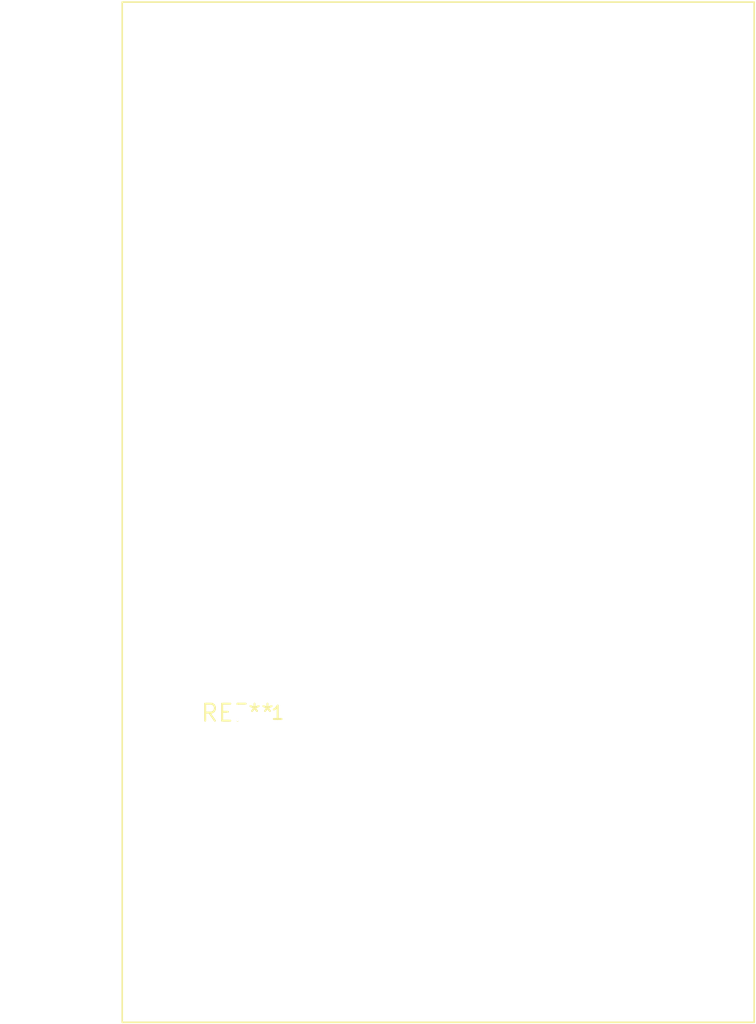
<source format=kicad_pcb>
(kicad_pcb (version 20240108) (generator pcbnew)
  (layers (0 "F.Cu" signal) (31 "B.Cu" signal) (34 "B.Paste" user) (35 "F.Paste" user) (36 "B.SilkS" user "B.Silkscreen") (37 "F.SilkS" user "F.Silkscreen") (38 "B.Mask" user) (39 "F.Mask" user) (44 "Edge.Cuts" user))
  (net 0 "")
  (footprint "Transformer_CHK_EI54-16VA_Neutral" (layer "F.Cu") (at 0 0)
    (property "Reference" "REF**")
    (property "Value" "Transformer_CHK_EI54-16VA_Neutral")
    (fp_line (start -8.62 -53.12) (end -8.62 23.12) (layer "F.SilkS") (stroke (width 0.12)))
    (fp_line (start -8.62 -53.12) (end 38.62 -53.12) (layer "F.SilkS") (stroke (width 0.12)))
    (fp_line (start 38.62 23.12) (end -8.62 23.12) (layer "F.SilkS") (stroke (width 0.12)))
    (fp_line (start 38.62 23.12) (end 38.62 -53.12) (layer "F.SilkS") (stroke (width 0.12)))
    (fp_text user "1" (at 3 0 0) (layer "F.SilkS"))
    (pad "" np_thru_hole circle (at -3.5 -47.5) (size 4.5 4.5) (drill 4.5) (layers *.Cu *.Mask))
    (pad "" np_thru_hole circle (at -3.5 17.5) (size 4.5 4.5) (drill 4.5) (layers *.Cu *.Mask))
    (pad "" np_thru_hole circle (at 33.5 -47.5) (size 4.5 4.5) (drill 4.5) (layers *.Cu *.Mask))
    (pad "" np_thru_hole circle (at 33.5 17.5) (size 4.5 4.5) (drill 4.5) (layers *.Cu *.Mask))
    (pad "1" thru_hole circle (at 0 0) (size 3 3) (drill 1.2) (layers *.Cu *.Mask) (remove_unused_layers))
    (pad "2" thru_hole circle (at 0 -5) (size 3 3) (drill 1.2) (layers *.Cu *.Mask) (remove_unused_layers))
    (pad "3" thru_hole circle (at 0 -10) (size 3 3) (drill 1.2) (layers *.Cu *.Mask) (remove_unused_layers))
    (pad "4" thru_hole circle (at 0 -15) (size 3 3) (drill 1.2) (layers *.Cu *.Mask) (remove_unused_layers))
    (pad "5" thru_hole circle (at 0 -20) (size 3 3) (drill 1.2) (layers *.Cu *.Mask) (remove_unused_layers))
    (pad "6" thru_hole circle (at 0 -25) (size 3 3) (drill 1.2) (layers *.Cu *.Mask) (remove_unused_layers))
    (pad "7" thru_hole circle (at 0 -30) (size 3 3) (drill 1.2) (layers *.Cu *.Mask) (remove_unused_layers))
    (pad "8" thru_hole circle (at 30 -30) (size 3 3) (drill 1.2) (layers *.Cu *.Mask) (remove_unused_layers))
    (pad "9" thru_hole circle (at 30 -25) (size 3 3) (drill 1.2) (layers *.Cu *.Mask) (remove_unused_layers))
    (pad "10" thru_hole circle (at 30 -20) (size 3 3) (drill 1.2) (layers *.Cu *.Mask) (remove_unused_layers))
    (pad "11" thru_hole circle (at 30 -15) (size 3 3) (drill 1.2) (layers *.Cu *.Mask) (remove_unused_layers))
    (pad "12" thru_hole circle (at 30 -10) (size 3 3) (drill 1.2) (layers *.Cu *.Mask) (remove_unused_layers))
    (pad "13" thru_hole circle (at 30 -5) (size 3 3) (drill 1.2) (layers *.Cu *.Mask) (remove_unused_layers))
    (pad "14" thru_hole circle (at 30 0) (size 3 3) (drill 1.2) (layers *.Cu *.Mask) (remove_unused_layers))
  )
)
</source>
